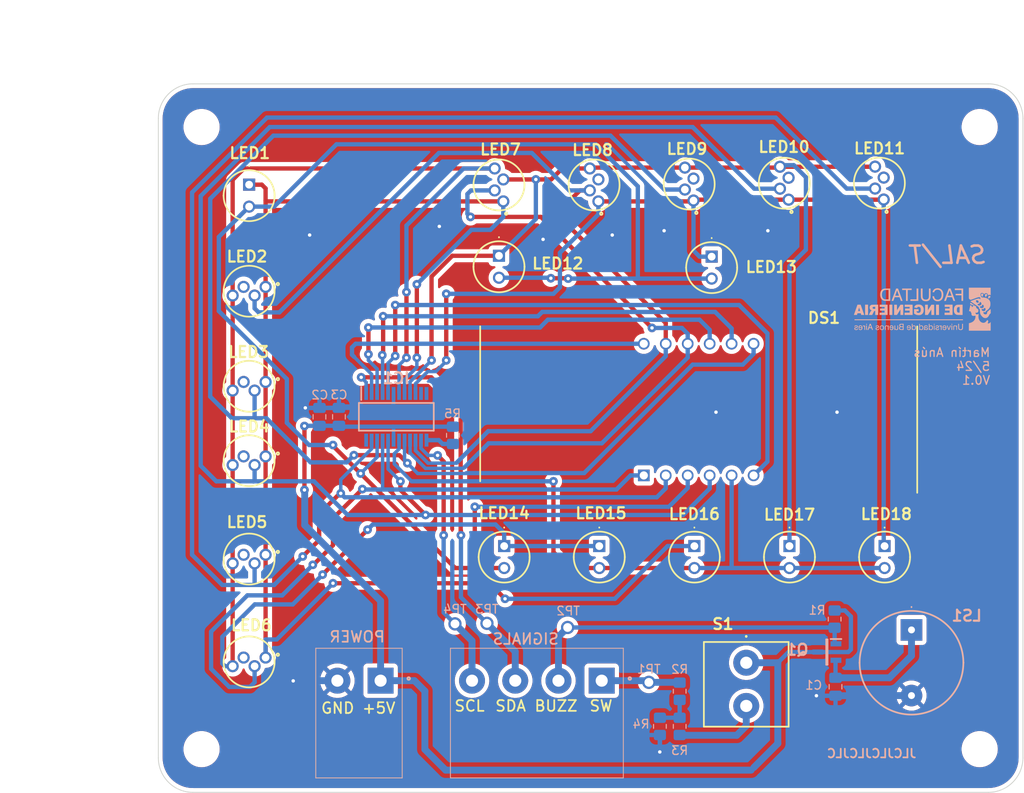
<source format=kicad_pcb>
(kicad_pcb (version 20211014) (generator pcbnew)
  (title_block (title "SAL/T") (date "2024-06-05") (rev "1.5") (company "Universidad de Buenos Aires") (comment 1 "Revisor: Adrián Laiuppa") (comment 2 "Autor: Martín Anús") (comment 3 "Placa secundaria"))
  (layers (0 "F.Cu" power) (31 "B.Cu" signal) (34 "B.Paste" user) (35 "F.Paste" user) (36 "B.SilkS" user "B.Silkscreen") (37 "F.SilkS" user "F.Silkscreen") (38 "B.Mask" user) (39 "F.Mask" user) (44 "Edge.Cuts" user))
  (net 0 "")
  (net 1 "GND")
  (net 2 "+5V")
  (net 3 "/A_E")
  (net 4 "/A_D")
  (net 5 "/A_DP")
  (net 6 "/A_C")
  (net 7 "/A_G")
  (net 8 "/CC_3")
  (net 9 "/A_B")
  (net 10 "/CC_2")
  (net 11 "/CC_1")
  (net 12 "/A_F")
  (net 13 "/A_A")
  (net 14 "/CC_0")
  (net 15 "/SDA")
  (net 16 "/CC_4")
  (net 17 "/CC_5")
  (net 18 "/CC_6")
  (net 19 "/CC_7")
  (net 20 "/SCL")
  (net 21 "/BUZZER_C")
  (net 22 "/CHOP_SEL")
  (net 32 "Net-(C1-Pad2)")
  (net 33 "Net-(R2-Pad2)")
  (net 36 "Net-(IC1-Pad13)")
  (net 38 "Net-(R3-Pad1)")
  (footprint "salt:L-154A4SUREQBFZGEC" (layer "F.Cu") (at 127.5 114 90)
    (fp_text reference "LED5")
    (fp_text value "WP154A4SEJ3VBDZGW_CA" hide)
  )
  (footprint "salt:L-154A4SUREQBFZGEC" (layer "F.Cu") (at 200.4 70.486)
    (fp_text reference "LED11")
    (fp_text value "WP154A4SEJ3VBDZGW_CA" hide)
  )
  (footprint "salt:WP7113LZGCK" (layer "F.Cu") (at 156.4 78.9)
    (fp_text reference "LED12")
    (fp_text value "WP7113LZGCK" hide)
  )
  (footprint "salt:WP7113LZGCK" (layer "F.Cu") (at 201 112.5)
    (fp_text reference "LED18")
    (fp_text value "WP7113LZGCK" hide)
  )
  (footprint "salt:1543650149" (layer "F.Cu") (at 185 126 -90)
    (fp_text reference "S1")
    (fp_text value "1543-650-149" hide)
  )
  (footprint "salt:WP7113LZGCK" (layer "F.Cu") (at 157 112.5)
    (fp_text reference "LED14")
    (fp_text value "WP7113LZGCK" hide)
  )
  (footprint "salt:L-154A4SUREQBFZGEC" (layer "F.Cu") (at 127.5 83 90)
    (fp_text reference "LED2")
    (fp_text value "WP154A4SEJ3VBDZGW_CA" hide)
  )
  (footprint "salt:L-154A4SUREQBFZGEC" (layer "F.Cu") (at 167.4 70.7)
    (fp_text reference "LED8")
    (fp_text value "WP154A4SEJ3VBDZGW_CA" hide)
  )
  (footprint "salt:WP7113LZGCK" (layer "F.Cu") (at 181 79)
    (fp_text reference "LED13")
    (fp_text value "WP7113LZGCK" hide)
  )
  (footprint "salt:WP7113LZGCK" (layer "F.Cu") (at 190 112.5)
    (fp_text reference "LED17")
    (fp_text value "WP7113LZGCK" hide)
  )
  (footprint "salt:WP7113LZGCK" (layer "F.Cu") (at 168 112.5)
    (fp_text reference "LED15")
    (fp_text value "WP7113LZGCK" hide)
  )
  (footprint "salt:L-154A4SUREQBFZGEC" (layer "F.Cu") (at 127.5 125.9 90)
    (fp_text reference "LED6")
    (fp_text value "WP154A4SEJ3VBDZGW_CA" hide)
  )
  (footprint "salt:WP7113LZGCK" (layer "F.Cu") (at 127.5 70.67)
    (fp_text reference "LED1")
    (fp_text value "WP7113LZGCK" hide)
  )
  (footprint "MountingHole:MountingHole_3.2mm_M3" (layer "F.Cu") (at 212 136)
    (fp_text reference "H4")
    (fp_text value "MountingHole")
  )
  (footprint "salt:WP7113LZGCK" (layer "F.Cu") (at 179 112.5)
    (fp_text reference "LED16")
    (fp_text value "WP7113LZGCK" hide)
  )
  (footprint "MountingHole:MountingHole_3.2mm_M3" (layer "F.Cu") (at 122 64)
    (fp_text reference "H1")
    (fp_text value "MountingHole")
  )
  (footprint "salt:DIP1524W75P254L5030H825Q12N" (layer "F.Cu") (at 179.5 96.7 90)
    (fp_text reference "DS1")
    (fp_text value "LTC-5723HR" hide)
  )
  (footprint "salt:L-154A4SUREQBFZGEC" (layer "F.Cu") (at 189.4 70.5)
    (fp_text reference "LED10")
    (fp_text value "WP154A4SEJ3VBDZGW_CA" hide)
  )
  (footprint "MountingHole:MountingHole_3.2mm_M3" (layer "F.Cu") (at 212 64)
    (fp_text reference "H2")
    (fp_text value "MountingHole")
  )
  (footprint "salt:L-154A4SUREQBFZGEC" (layer "F.Cu") (at 178.4 70.6)
    (fp_text reference "LED9")
    (fp_text value "WP154A4SEJ3VBDZGW_CA" hide)
  )
  (footprint "salt:L-154A4SUREQBFZGEC" (layer "F.Cu") (at 156.4 70.7)
    (fp_text reference "LED7")
    (fp_text value "WP154A4SEJ3VBDZGW_CA" hide)
  )
  (footprint "salt:L-154A4SUREQBFZGEC" (layer "F.Cu") (at 127.5 94 90)
    (fp_text reference "LED3")
    (fp_text value "WP154A4SEJ3VBDZGW_CA" hide)
  )
  (footprint "MountingHole:MountingHole_3.2mm_M3" (layer "F.Cu") (at 122 136)
    (fp_text reference "H3")
    (fp_text value "MountingHole")
  )
  (footprint "salt:L-154A4SUREQBFZGEC" (layer "F.Cu") (at 127.5 102.616 90)
    (fp_text reference "LED4")
    (fp_text value "WP154A4SEJ3VBDZGW_CA" hide)
  )
  (footprint "salt:SOP64P600X175-24N" (layer "B.Cu") (at 144.526 97.536 -90)
    (fp_text reference "IC1")
    (fp_text value "AS1115-BSST" hide)
  )
  (footprint "salt:CEM1205IC" (layer "B.Cu") (at 204.112 122.2 180)
    (fp_text reference "LS1")
    (fp_text value "CEM-1205-IC" hide)
  )
  (footprint "Capacitor_SMD:C_0805_2012Metric_Pad1.18x1.45mm_HandSolder" (layer "B.Cu") (at 195.326 128.778 90)
    (fp_text reference "C1")
    (fp_text value "10uF")
  )
  (footprint "salt:testpoint" (layer "B.Cu") (at 164.338 121.92 180)
    (fp_text reference "TP2")
    (fp_text value "TestPoint")
  )
  (footprint "salt:testpoint" (layer "B.Cu") (at 173.736 128.27 180)
    (fp_text reference "TP1")
    (fp_text value "TestPoint")
  )
  (footprint "Resistor_SMD:R_0805_2012Metric_Pad1.20x1.40mm_HandSolder" (layer "B.Cu") (at 195.222 120.952 -90)
    (fp_text reference "R1")
    (fp_text value "150k")
  )
  (footprint "salt:testpoint" (layer "B.Cu") (at 151.31 121.5 180)
    (fp_text reference "TP4")
    (fp_text value "TestPoint")
  )
  (footprint "Resistor_SMD:R_0805_2012Metric_Pad1.20x1.40mm_HandSolder" (layer "B.Cu") (at 177.3 129.3 -90)
    (fp_text reference "R2")
    (fp_text value "100")
  )
  (footprint "Capacitor_SMD:C_0805_2012Metric_Pad1.18x1.45mm_HandSolder" (layer "B.Cu") (at 135.636 97.54 90)
    (fp_text reference "C2")
    (fp_text value "10uF")
  )
  (footprint "LOGO" (layer "B.Cu") (at 205.5 84.8 180)
    (fp_text reference "G***")
    (fp_text value "LOGO" hide)
  )
  (footprint "Capacitor_SMD:C_0805_2012Metric_Pad1.18x1.45mm_HandSolder" (layer "B.Cu") (at 137.89 97.536 90)
    (fp_text reference "C3")
    (fp_text value "100nF")
  )
  (footprint "salt:1934861" (layer "B.Cu") (at 142.708 129.326 180)
    (fp_text reference "J1")
    (fp_text value "1934861" hide)
  )
  (footprint "Resistor_SMD:R_0805_2012Metric_Pad1.20x1.40mm_HandSolder" (layer "B.Cu") (at 177.3 133.364 90)
    (fp_text reference "R3")
    (fp_text value "22k")
  )
  (footprint "salt:testpoint" (layer "B.Cu") (at 155.01 121.44 180)
    (fp_text reference "TP3")
    (fp_text value "TestPoint")
  )
  (footprint "Resistor_SMD:R_0805_2012Metric_Pad1.20x1.40mm_HandSolder" (layer "B.Cu") (at 151.07 99.68 -90)
    (fp_text reference "R5")
    (fp_text value "22k")
  )
  (footprint "salt:SOT96P237X111-3N" (layer "B.Cu") (at 194.327 124.762 180)
    (fp_text reference "Q1")
    (fp_text value "NVTR0202PLT1G" hide)
  )
  (footprint "Resistor_SMD:R_0805_2012Metric_Pad1.20x1.40mm_HandSolder" (layer "B.Cu") (at 175.014 133.364 90)
    (fp_text reference "R4")
    (fp_text value "40K2")
  )
  (footprint "salt:1934887" (layer "B.Cu") (at 168.282 129.326 180)
    (fp_text reference "J2")
    (fp_text value "1934887" hide)
  )
  (gr_line (start 217 63) (end 217 137) (layer "Edge.Cuts") (width 0.1))
  (gr_arc (start 121 141) (mid 118.171573 139.828427) (end 117 137) (layer "Edge.Cuts") (width 0.1))
  (gr_line (start 117 137) (end 117 63) (layer "Edge.Cuts") (width 0.1))
  (gr_line (start 213 141) (end 121 141) (layer "Edge.Cuts") (width 0.1))
  (gr_line (start 121 59) (end 213 59) (layer "Edge.Cuts") (width 0.1))
  (gr_arc (start 213 59) (mid 215.828427 60.171573) (end 217 63) (layer "Edge.Cuts") (width 0.1))
  (gr_arc (start 117 63) (mid 118.171573 60.171573) (end 121 59) (layer "Edge.Cuts") (width 0.1))
  (gr_arc (start 217 137) (mid 215.828427 139.828427) (end 213 141) (layer "Edge.Cuts") (width 0.1))
  (gr_text "Martín Anús\n5/24\nV0.1\n" (at 213.3 91.7) (layer "B.SilkS") (effects (font (size 1 1)) (justify left mirror)))
  (gr_text "SIGNALS" (at 159.5 123.25) (layer "B.SilkS") (effects (font (size 1.25 1.25) (thickness 0.2)) (justify mirror)))
  (gr_text "POWER" (at 140 123) (layer "B.SilkS") (effects (font (size 1.25 1.25) (thickness 0.2)) (justify mirror)))
  (gr_text "JLCJLCJLCJLC" (at 199.5 136.5) (layer "B.SilkS") (effects (font (size 1 1) (thickness 0.2)) (justify mirror)))
  (gr_text "SAL/T" (at 208.4 78.8) (layer "B.SilkS") (effects (font (size 2 2) (thickness 0.3) italic) (justify mirror)))
  (gr_text "SCL" (at 153 131) (layer "F.SilkS") (effects (font (size 1.25 1.25) (thickness 0.2))))
  (gr_text "SDA\n" (at 157.75 131) (layer "F.SilkS") (effects (font (size 1.25 1.25) (thickness 0.2))))
  (gr_text "SW" (at 168.2 131) (layer "F.SilkS") (effects (font (size 1.25 1.25) (thickness 0.2))))
  (gr_text "BUZZ" (at 163 131) (layer "F.SilkS") (effects (font (size 1.25 1.25) (thickness 0.2))))
  (gr_text "GND" (at 137.75 131.25) (layer "F.SilkS") (effects (font (size 1.25 1.25) (thickness 0.2))))
  (gr_text "+5V" (at 142.5 131.25) (layer "F.SilkS") (effects (font (size 1.25 1.25) (thickness 0.2))))
  (via (at 161.5 77) (size 1) (drill 0.4) (layers "F.Cu" "B.Cu") (net 1))
  (via (at 193.1155 129.8155) (size 1) (drill 0.4) (layers "F.Cu" "B.Cu") (net 1))
  (via (at 181.5 97) (size 1) (drill 0.4) (layers "F.Cu" "B.Cu") (net 1))
  (via (at 132.6 128.1) (size 1) (drill 0.4) (layers "F.Cu" "B.Cu") (net 1))
  (via (at 149.5 75.5) (size 1) (drill 0.4) (layers "F.Cu" "B.Cu") (net 1))
  (via (at 187.5 76) (size 1) (drill 0.4) (layers "F.Cu" "B.Cu") (net 1))
  (via (at 175.5 76) (size 1) (drill 0.4) (layers "F.Cu" "B.Cu") (net 1))
  (via (at 134 96.5) (size 1) (drill 0.4) (layers "F.Cu" "B.Cu") (net 1))
  (via (at 175 136.325) (size 1) (drill 0.4) (layers "F.Cu" "B.Cu") (net 1))
  (via (at 195.5 97) (size 1) (drill 0.4) (layers "F.Cu" "B.Cu") (net 1))
  (via (at 134.5 76.5) (size 1) (drill 0.4) (layers "F.Cu" "B.Cu") (net 1))
  (via (at 169.5 76.5) (size 1) (drill 0.4) (layers "F.Cu" "B.Cu") (net 1))
  (segment (start 137.708 128.076) (end 132.624 128.076) (width 0.8) (layer "B.Cu") (net 1))
  (segment (start 144.208 94.834) (end 144.208 96.076) (width 0.4) (layer "B.Cu") (net 1))
  (segment (start 134.0025 96.5025) (end 134 96.5) (width 0.5) (layer "B.Cu") (net 1))
  (segment (start 175.014 136.311) (end 175 136.325) (width 0.5) (layer "B.Cu") (net 1))
  (segment (start 195.326 129.8155) (end 193.1155 129.8155) (width 0.5) (layer "B.Cu") (net 1))
  (segment (start 175.014 134.364) (end 175.014 136.311) (width 0.5) (layer "B.Cu") (net 1))
  (segment (start 198.3845 129.8155) (end 198.4 129.8) (width 0.8) (layer "B.Cu") (net 1))
  (segment (start 143.942 96.342) (end 138.0465 96.342) (width 0.5) (layer "B.Cu") (net 1))
  (segment (start 132.624 128.076) (end 132.6 128.1) (width 0.8) (layer "B.Cu") (net 1))
  (segment (start 135.636 96.5025) (end 134.0025 96.5025) (width 0.5) (layer "B.Cu") (net 1))
  (segment (start 198.3845 129.8155) (end 195.326 129.8155) (width 0.8) (layer "B.Cu") (net 1))
  (segment (start 198.4 129.8) (end 204.112 129.8) (width 0.8) (layer "B.Cu") (net 1))
  (segment (start 137.89 96.4985) (end 135.64 96.4985) (width 0.5) (layer "B.Cu") (net 1))
  (segment (start 144.208 96.076) (end 143.942 96.342) (width 0.4) (layer "B.Cu") (net 1))
  (segment (start 133.9 98.6) (end 133.9 106) (width 0.5) (layer "F.Cu") (net 2))
  (via (at 133.9 98.6) (size 1) (drill 0.4) (layers "F.Cu" "B.Cu") (net 2))
  (via (at 133.9 106) (size 1) (drill 0.4) (layers "F.Cu" "B.Cu") (net 2))
  (segment (start 142.708 128.076) (end 142.708 118.848) (width 0.8) (layer "B.Cu") (net 2))
  (segment (start 135.636 98.5775) (end 133.9225 98.5775) (width 0.5) (layer "B.Cu") (net 2))
  (segment (start 144.208 100.238) (end 144.208 98.768) (width 0.4) (layer "B.Cu") (net 2))
  (segment (start 146.618 128.076) (end 147.828 129.286) (width 0.8) (layer "B.Cu") (net 2))
  (segment (start 133.9225 98.5775) (end 133.9 98.6) (width 0.5) (layer "B.Cu") (net 2))
  (segment (start 144.12 98.68) (end 137.9965 98.68) (width 0.5) (layer "B.Cu") (net 2))
  (segment (start 133.93 106.03) (end 133.9 106) (width 0.8) (layer "B.Cu") (net 2))
  (segment (start 193.277 124.762) (end 189.888 124.762) (width 0.5) (layer "B.Cu") (net 2))
  (segment (start 142.708 118.848) (end 133.93 110.07) (width 0.8) (layer "B.Cu") (net 2))
  (segment (start 137.89 98.5735) (end 135.64 98.5735) (width 0.5) (layer "B.Cu") (net 2))
  (segment (start 147.828 129.286) (end 147.828 136.028) (width 0.8) (layer "B.Cu") (net 2))
  (segment (start 193.277 124.762) (end 196.802 124.762) (width 0.5) (layer "B.Cu") (net 2))
  (segment (start 188.65 135.35) (end 188.65 126) (width 0.8) (layer "B.Cu") (net 2))
  (segment (start 197.104 124.46) (end 197.104 120.65) (width 0.5) (layer "B.Cu") (net 2))
  (segment (start 189.888 124.762) (end 188.65 126) (width 0.5) (layer "B.Cu") (net 2))
  (segment (start 151.07 98.68) (end 144.12 98.68) (width 0.5) (layer "B.Cu") (net 2))
  (segment (start 196.802 124.762) (end 197.104 124.46) (width 0.5) (layer "B.Cu") (net 2))
  (segment (start 196.406 119.952) (end 195.222 119.952) (width 0.5) (layer "B.Cu") (net 2))
  (segment (start 147.828 136.028) (end 150.23 138.43) (width 0.8) (layer "B.Cu") (net 2))
  (segment (start 150.23 138.43) (end 185.57 138.43) (width 0.8) (layer "B.Cu") (net 2))
  (segment (start 185 126) (end 188.65 126) (width 0.8) (layer "B.Cu") (net 2))
  (segment (start 197.104 120.65) (end 196.406 119.952) (width 0.5) (layer "B.Cu") (net 2))
  (segment (start 142.708 128.076) (end 146.618 128.076) (width 0.8) (layer "B.Cu") (net 2))
  (segment (start 133.93 110.07) (end 133.93 106.03) (width 0.8) (layer "B.Cu") (net 2))
  (segment (start 185.57 138.43) (end 185.875 138.125) (width 0.5) (layer "B.Cu") (net 2))
  (segment (start 188.65 135.35) (end 185.875 138.125) (width 0.8) (layer "B.Cu") (net 2))
  (segment (start 140.6 105.9) (end 137.2 109.3) (width 0.5) (layer "F.Cu") (net 3))
  (segment (start 137.2 109.3) (end 137.2 112.4) (width 0.5) (layer "F.Cu") (net 3))
  (segment (start 134.93353 114.66647) (end 134.86647 114.66647) (width 0.5) (layer "F.Cu") (net 3))
  (segment (start 137.2 112.4) (end 134.93353 114.66647) (width 0.5) (layer "F.Cu") (net 3))
  (via (at 140.6 105.9) (size 1) (drill 0.4) (layers "F.Cu" "B.Cu") (net 3))
  (via (at 134.86647 114.66647) (size 1) (drill 0.4) (layers "F.Cu" "B.Cu") (net 3))
  (segment (start 169.99 105.95) (end 171.62 104.32) (width 0.5) (layer "B.Cu") (net 3))
  (segment (start 173.15 104.32) (end 171.62 104.32) (width 0.5) (layer "B.Cu") (net 3))
  (segment (start 123.1 126.7) (end 123.1 122.6) (width 0.5) (layer "B.Cu") (net 3))
  (segment (start 123.1 122.6) (end 123.1 122.4) (width 0.5) (layer "B.Cu") (net 3))
  (segment (start 127.6 128.8) (end 125.2 128.8) (width 0.5) (layer "B.Cu") (net 3))
  (segment (start 140.6 105.9) (end 140.65 105.95) (width 0.5) (layer "B.Cu") (net 3))
  (segment (start 128.135 126.4) (end 128.135 128.265) (width 0.5) (layer "B.Cu") (net 3))
  (segment (start 140.65 105.95) (end 142.95 105.95) (width 0.5) (layer "B.Cu") (net 3))
  (segment (start 123.1 122.4) (end 127.3 118.2) (width 0.5) (layer "B.Cu") (net 3))
  (segment (start 142.938 100.238) (end 142.938 105.938) (width 0.4) (layer "B.Cu") (net 3))
  (segment (start 131.33294 118.2) (end 134.86647 114.66647) (width 0.5) (layer "B.Cu") (net 3))
  (segment (start 131.1 118.2) (end 131.33294 118.2) (width 0.5) (layer "B.Cu") (net 3))
  (segment (start 128.135 128.265) (end 127.6 128.8) (width 0.5) (layer "B.Cu") (net 3))
  (segment (start 127.3 118.2) (end 131.1 118.2) (width 0.5) (layer "B.Cu") (net 3))
  (segment (start 123.1 126.7) (end 125.2 128.8) (width 0.5) (layer "B.Cu") (net 3))
  (segment (start 142.95 105.95) (end 169.99 105.95) (width 0.5) (layer "B.Cu") (net 3))
  (segment (start 138 106.4) (end 138.1 106.4) (width 0.5) (layer "F.Cu") (net 4))
  (segment (start 133.7 113.7) (end 135.6 111.8) (width 0.5) (layer "F.Cu") (net 4))
  (segment (start 135.6 108.8) (end 138 106.4) (width 0.5) (layer "F.Cu") (net 4))
  (segment (start 135.6 111.8) (end 135.6 108.8) (width 0.5) (layer "F.Cu") (net 4))
  (via (at 133.7 113.7) (size 1) (drill 0.4) (layers "F.Cu" "B.Cu") (net 4))
  (via (at 138.1 106.4) (size 1) (drill 0.4) (layers "F.Cu" "B.Cu") (net 4))
  (segment (start 124.4 117) (end 128.2 117) (width 0.5) (layer "B.Cu") (net 4))
  (segment (start 128.135 114.5) (end 128.135 116.935) (width 0.5) (layer "B.Cu") (net 4))
  (segment (start 141.668 101.232) (end 138.1 104.8) (width 0.4) (layer "B.Cu") (net 4))
  (segment (start 196.621 71.121) (end 199.9 71.121) (width 0.5) (layer "B.Cu") (net 4))
  (segment (start 138.1 104.8) (end 138.1 106.4) (width 0.4) (layer "B.Cu") (net 4))
  (segment (start 128.2 117) (end 130.4 117) (width 0.5) (layer "B.Cu") (net 4))
  (segment (start 129.571572 62.9) (end 188.4 62.9) (width 0.5) (layer "B.Cu") (net 4))
  (segment (start 128.135 116.935) (end 128.2 117) (width 0.5) (layer "B.Cu") (net 4))
  (segment (start 130.4 117) (end 133.7 113.7) (width 0.5) (layer "B.Cu") (net 4))
  (segment (start 175.69 105.81) (end 174.651 106.849) (width 0.5) (layer "B.Cu") (net 4))
  (segment (start 174.651 106.849) (end 138.549 106.849) (width 0.5) (layer "B.Cu") (net 4))
  (segment (start 175.69 104.32) (end 175.69 105.81) (width 0.5) (layer "B.Cu") (net 4))
  (segment (start 120.899999 113.499999) (end 120.899999 71.571573) (width 0.5) (layer "B.Cu") (net 4))
  (segment (start 188.4 62.9) (end 196.621 71.121) (width 0.5) (layer "B.Cu") (net 4))
  (segment (start 120.899999 71.571573) (end 129.571572 62.9) (width 0.5) (layer "B.Cu") (net 4))
  (segment (start 124.4 117) (end 120.899999 113.499999) (width 0.5) (layer "B.Cu") (net 4))
  (segment (start 138.549 106.849) (end 138.1 106.4) (width 0.5) (layer "B.Cu") (net 4))
  (segment (start 141.668 100.238) (end 141.668 101.232) (width 0.4) (layer "B.Cu") (net 4))
  (segment (start 164.3585 81.5) (end 164.3985 81.54) (width 0.5) (layer "F.Cu") (net 5))
  (segment (start 137.2 100.9) (end 137.2 100.8) (width 0.5) (layer "F.Cu") (net 5))
  (segment (start 153.6 115) (end 153.56 115.04) (width 0.5) (layer "F.Cu") (net 5))
  (segment (start 162.4 81.5) (end 164.3585 81.5) (width 0.5) (layer "F.Cu") (net 5))
  (segment (start 140.4 104.1) (end 151.34 115.04) (width 0.5) (layer "F.Cu") (net 5))
  (segment (start 153.6 107.951) (end 153.6 115) (width 0.5) (layer "F.Cu") (net 5))
  (segment (start 157 115.04) (end 153.56 115.04) (width 0.5) (layer "F.Cu") (net 5))
  (segment (start 140.4 104.1) (end 137.2 100.9) (width 0.5) (layer "F.Cu") (net 5))
  (segment (start 151.34 115.04) (end 153.56 115.04) (width 0.5) (layer "F.Cu") (net 5))
  (via (at 153.6 107.951) (size 1) (drill 0.4) (layers "F.Cu" "B.Cu") (net 5))
  (via (at 162.4 81.5) (size 1) (drill 0.4) (layers "F.Cu" "B.Cu") (net 5))
  (via (at 137.2 100.8) (size 1) (drill 0.4) (layers "F.Cu" "B.Cu") (net 5))
  (via (at 164.3985 81.54) (size 1) (drill 0.4) (layers "F.Cu" "B.Cu") (net 5))
  (via (at 140.4 104.1) (size 1) (drill 0.4) (layers "F.Cu" "B.Cu") (net 5))
  (segment (start 130.39 73.21) (end 127.5 73.21) (width 0.5) (layer "B.Cu") (net 5))
  (segment (start 127.5 73.21) (end 124.001 76.709) (width 0.5) (layer "B.Cu") (net 5))
  (segment (start 168.1 66.5) (end 167.599 65.999) (width 0.5) (layer "B.Cu") (net 5))
  (segment (start 167.9 66.3) (end 168.1 66.5) (width 0.5) (layer "B.Cu") (net 5))
  (segment (start 142.304 102.196) (end 140.4 104.1) (width 0.4) (layer "B.Cu") (net 5))
  (segment (start 137.2 100.8) (end 134.437 100.8) (width 0.5) (layer "B.Cu") (net 5))
  (segment (start 156.4 81.44) (end 162.34 81.44) (width 0.5) (layer "B.Cu") (net 5))
  (segment (start 178.23 105.77) (end 178.23 104.32) (width 0.5) (layer "B.Cu") (net 5))
  (segment (start 131.8685 93.1685) (end 131.8685 98.2315) (width 0.5) (layer "B.Cu") (net 5))
  (segment (start 181 81.54) (end 164.3385 81.54) (width 0.5) (layer "B.Cu") (net 5))
  (segment (start 124.001 85.301) (end 131.8685 93.1685) (width 0.5) (layer "B.Cu") (net 5))
  (segment (start 137.601 65.999) (end 130.39 73.21) (width 0.5) (layer "B.Cu") (net 5))
  (segment (start 172.46 70.86) (end 172.46 81.54) (width 0.5) (layer "B.Cu") (net 5))
  (segment (start 176.049 107.951) (end 178.23 105.77) (width 0.5) (layer "B.Cu") (net 5))
  (segment (start 124.001 76.709) (end 124.001 85.301) (width 0.5) (layer "B.Cu") (net 5))
  (segment (start 153.6 107.951) (end 176.049 107.951) (width 0.5) (layer "B.Cu") (net 5))
  (segment (start 167.599 65.999) (end 137.601 65.999) (width 0.5) (layer "B.Cu") (net 5))
  (segment (start 162.34 81.44) (end 162.4 81.5) (width 0.5) (layer "B.Cu") (net 5))
  (segment (start 167.9 66.3) (end 172.46 70.86) (width 0.5) (layer "B.Cu") (net 5))
  (segment (start 142.304 100.238) (end 142.304 102.196) (width 0.4) (layer "B.Cu") (net 5))
  (segment (start 134.437 100.8) (end 131.8685 98.2315) (width 0.5) (layer "B.Cu") (net 5))
  (segment (start 145 106) (end 147.9005 108.9005) (width 0.5) (layer "F.Cu") (net 6))
  (segment (start 145 105) (end 145 106) (width 0.5) (layer "F.Cu") (net 6))
  (via (at 147.9005 108.9005) (size 1) (drill 0.4) (layers "F.Cu" "B.Cu") (net 6))
  (via (at 145 105) (size 1) (drill 0.4) (layers "F.Cu" "B.Cu") (net 6))
  (segment (start 180.77 105.83) (end 177.6995 108.9005) (width 0.5) (layer "B.Cu") (net 6))
  (segment (start 135 105) (end 128 105) (width 0.5) (layer "B.Cu") (net 6))
  (segment (start 143.574 103.574) (end 144.9 104.9) (width 0.4) (layer "B.Cu") (net 6))
  (segment (start 147.9005 108.9005) (end 138.9005 108.9005) (width 0.5) (layer "B.Cu") (net 6))
  (segment (start 178.798999 63.998999) (end 185.935 71.135) (width 0.5) (layer "B.Cu") (net 6))
  (segment (start 128.135 104.865) (end 128 105) (width 0.5) (layer "B.Cu") (net 6))
  (segment (start 128.135 103.116) (end 128.135 104.865) (width 0.5) (layer "B.Cu") (net 6))
  (segment (start 180.77 104.32) (end 180.77 105.83) (width 0.5) (layer "B.Cu") (net 6))
  (segment (start 138.9005 108.9005) (end 135 105) (width 0.5) (layer "B.Cu") (net 6))
  (segment (start 143.574 100.238) (end 143.574 103.574) (width 0.4) (layer "B.Cu") (net 6))
  (segment (start 177.6995 108.9005) (end 147.9005 108.9005) (width 0.5) (layer "B.Cu") (net 6))
  (segment (start 121.899999 71.985787) (end 129.886787 63.998999) (width 0.5) (layer "B.Cu") (net 6))
  (segment (start 123.7 105) (end 128 105) (width 0.5) (layer "B.Cu") (net 6))
  (segment (start 185.935 71.135) (end 188.9 71.135) (width 0.5) (layer "B.Cu") (net 6))
  (segment (start 129.886787 63.998999) (end 178.798999 63.998999) (width 0.5) (layer "B.Cu") (net 6))
  (segment (start 121.899999 103.199999) (end 121.899999 71.985787) (width 0.5) (layer "B.Cu") (net 6))
  (segment (start 123.7 105) (end 121.899999 103.199999) (width 0.5) (layer "B.Cu") (net 6))
  (segment (start 162.7 113.2) (end 164.54 115.04) (width 0.5) (layer "F.Cu") (net 7))
  (segment (start 162.7 113.2) (end 162.7 105) (width 0.5) (layer "F.Cu") (net 7))
  (segment (start 168 115.04) (end 164.54 115.04) (width 0.5) (layer "F.Cu") (net 7))
  (segment (start 168 115.04) (end 179 115.04) (width 0.5) (layer "F.Cu") (net 7))
  (via (at 162.7 105) (size 1) (drill 0.4) (layers "F.Cu" "B.Cu") (net 7))
  (segment (start 144.844 101.256) (end 144.3 101.8) (width 0.4) (layer "B.Cu") (net 7))
  (segment (start 144.3 101.8) (end 144.3 102.8) (width 0.4) (layer "B.Cu") (net 7))
  (segment (start 162.7 105) (end 146.3 105) (width 0.5) (layer "B.Cu") (net 7))
  (segment (start 179 115.04) (end 183.24 115.04) (width 0.5) (layer "B.Cu") (net 7))
  (segment (start 144.844 100.238) (end 144.844 101.256) (width 0.4) (layer "B.Cu") (net 7))
  (segment (start 144.3 103) (end 144.3 102.8) (width 0.4) (layer "B.Cu") (net 7))
  (segment (start 183.31 104.32) (end 183.31 114.97) (width 0.5) (layer "B.Cu") (net 7))
  (segment (start 183.24 115.04) (end 190 115.04) (width 0.5) (layer "B.Cu") (net 7))
  (segment (start 146.3 105) (end 144.3 103) (width 0.4) (layer "B.Cu") (net 7))
  (segment (start 201 115.04) (end 190 115.04) (width 0.5) (layer "B.Cu") (net 7))
  (segment (start 183.31 114.97) (end 183.24 115.04) (width 0.5) (layer "B.Cu") (net 7))
  (segment (start 144.4 90.5) (end 144.4 84.6) (width 0.5) (layer "F.Cu") (net 8))
  (via (at 144.4 84.6) (size 1) (drill 0.4) (layers "F.Cu" "B.Cu") (net 8))
  (via (at 144.4 90.5) (size 1) (drill 0.4) (layers "F.Cu" "B.Cu") (net 8))
  (segment (start 144.4 84.6) (end 184.168 84.6) (width 0.5) (layer "B.Cu") (net 8))
  (segment (start 143.574 94.834) (end 143.574 91.326) (width 0.4) (layer "B.Cu") (net 8))
  (segment (start 187.452 87.884) (end 187.452 102.718) (width 0.5) (layer "B.Cu") (net 8))
  (segment (start 187.452 102.718) (end 185.85 104.32) (width 0.5) (layer "B.Cu") (net 8))
  (segment (start 184.168 84.6) (end 187.452 87.884) (width 0.5) (layer "B.Cu") (net 8))
  (segment (start 143.574 91.326) (end 144.4 90.5) (width 0.4) (layer "B.Cu") (net 8))
  (segment (start 139.621398 101.978602) (end 144.878602 101.978602) (width 0.5) (layer "F.Cu") (net 9))
  (segment (start 144.878602 101.978602) (end 145.8 102.9) (width 0.5) (layer "F.Cu") (net 9))
  (via (at 139.621398 101.978602) (size 1) (drill 0.4) (layers "F.Cu" "B.Cu") (net 9))
  (via (at 145.8 102.9) (size 1) (drill 0.4) (layers "F.Cu" "B.Cu") (net 9))
  (segment (start 129.5 97.7) (end 134.605175 102.805175) (width 0.5) (layer "B.Cu") (net 9))
  (segment (start 123.001 72.299) (end 123.001 95.201) (width 0.5) (layer "B.Cu") (net 9))
  (segment (start 145.478 100.238) (end 145.478 102.578) (width 0.4) (layer "B.Cu") (net 9))
  (segment (start 130.301 64.999) (end 123.1 72.2) (width 0.5) (layer "B.Cu") (net 9))
  (segment (start 147 104.1) (end 152.6 104.1) (width 0.4) (layer "B.Cu") (net 9))
  (segment (start 177.9 71.235) (end 175.535 71.235) (width 0.5) (layer "B.Cu") (net 9))
  (segment (start 128.135 97.565) (end 128 97.7) (width 0.5) (layer "B.Cu") (net 9))
  (segment (start 175.535 71.235) (end 169.299 64.999) (width 0.5) (layer "B.Cu") (net 9))
  (segment (start 125.5 97.7) (end 128 97.7) (width 0.5) (layer "B.Cu") (net 9))
  (segment (start 184.6 91.5) (end 185.85 90.25) (width 0.5) (layer "B.Cu") (net 9))
  (segment (start 123.001 95.201) (end 125.5 97.7) (width 0.5) (layer "B.Cu") (net 9))
  (segment (start 128 97.7) (end 129.5 97.7) (width 0.5) (layer "B.Cu") (net 9))
  (segment (start 178.8 91.5) (end 166.25 104.05) (width 0.5) (layer "B.Cu") (net 9))
  (segment (start 185.85 89.08) (end 185.85 90.25) (width 0.5) (layer "B.Cu") (net 9))
  (segment (start 145.8 102.9) (end 147 104.1) (width 0.4) (layer "B.Cu") (net 9))
  (segment (start 138.794825 102.805175) (end 139.621398 101.978602) (width 0.5) (layer "B.Cu") (net 9))
  (segment (start 145.478 102.578) (end 145.8 102.9) (width 0.4) (layer "B.Cu") (net 9))
  (segment (start 184.6 91.5) (end 178.8 91.5) (width 0.5) (layer "B.Cu") (net 9))
  (segment (start 166.25 104.05) (end 152.65 104.05) (width 0.5) (layer "B.Cu") (net 9))
  (segment (start 134.605175 102.805175) (end 138.794825 102.805175) (width 0.5) (layer "B.Cu") (net 9))
  (segment (start 169.299 64.999) (end 130.301 64.999) (width 0.5) (layer "B.Cu") (net 9))
  (segment (start 128.135 94.5) (end 128.135 97.565) (width 0.5) (layer "B.Cu") (net 9))
  (segment (start 123.1 72.2) (end 123.001 72.299) (width 0.5) (layer "B.Cu") (net 9))
  (segment (start 143 85.9) (end 143 90.3) (width 0.5) (layer "F.Cu") (net 10))
  (segment (start 143 90.3) (end 142.9 90.4) (width 0.5) (layer "F.Cu") (net 10))
  (via (at 143 85.9) (size 1) (drill 0.4) (layers "F.Cu" "B.Cu") (net 10))
  (via (at 142.9 90.4) (size 1) (drill 0.4) (layers "F.Cu" "B.Cu") (net 10))
  (segment (start 143 85.9) (end 160.9 85.9) (width 0.5) (layer "B.Cu") (net 10))
  (segment (start 160.9 85.9) (end 161.4 85.4) (width 0.5) (layer "B.Cu") (net 10))
  (segment (start 142.938 90.438) (end 142.9 90.4) (width 0.4) (layer "B.Cu") (net 10))
  (segment (start 181.4 85.4) (end 161.4 85.4) (width 0.5) (layer "B.Cu") (net 10))
  (segment (start 183.31 89.08) (end 183.31 87.31) (width 0.5) (layer "B.Cu") (net 10))
  (segment (start 142.938 94.834) (end 142.938 90.438) (width 0.4) (layer "B.Cu") (net 10))
  (segment (start 181.4 85.4) (end 183.31 87.31) (width 0.5) (layer "B.Cu") (net 10))
  (segment (start 141.3 90.3) (end 141.3 87.2) (width 0.5) (layer "F.Cu") (net 11))
  (via (at 141.3 87.2) (size 1) (drill 0.4) (layers "F.Cu" "B.Cu") (net 11))
  (via (at 141.3 90.3) (size 1) (drill 0.4) (layers "F.Cu" "B.Cu") (net 11))
  (segment (start 141.3 91) (end 141.3 90.3) (width 0.4) (layer "B.Cu") (net 11))
  (segment (start 161.153 87.2) (end 141.3 87.2) (width 0.5) (layer "B.Cu") (net 11))
  (segment (start 180.77 87.47) (end 179.601 86.301) (width 0.5) (layer "B.Cu") (net 11))
  (segment (start 180.77 89.08) (end 180.77 87.47) (width 0.5) (layer "B.Cu") (net 11))
  (segment (start 142.304 92.004) (end 141.3 91) (width 0.4) (layer "B.Cu") (net 11))
  (segment (start 142.304 94.834) (end 142.304 92.004) (width 0.4) (layer "B.Cu") (net 11))
  (segment (start 179.601 86.301) (end 162.052 86.301) (width 0.5) (layer "B.Cu") (net 11))
  (segment (start 162.052 86.301) (end 161.153 87.2) (width 0.5) (layer "B.Cu") (net 11))
  (segment (start 161.25 74.4) (end 174.1 87.25) (width 0.5) (layer "F.Cu") (net 12))
  (segment (start 153.1 74.4) (end 161.25 74.4) (width 0.5) (layer "F.Cu") (net 12))
  (via (at 174.1 87.25) (size 1) (drill 0.4) (layers "F.Cu" "B.Cu") (net 12))
  (via (at 153.1 74.4) (size 1) (drill 0.4) (layers "F.Cu" "B.Cu") (net 12))
  (segment (start 155.9 71.335) (end 153.165 71.335) (width 0.5) (layer "B.Cu") (net 12))
  (segment (start 177.55 87.25) (end 174.1 87.25) (width 0.5) (layer "B.Cu") (net 12))
  (segment (start 178.23 90.67) (end 168.3 100.6) (width 0.5) (layer "B.Cu") (net 12))
  (segment (start 155.2 100.6) (end 152.4375 103.3625) (width 0.5) (layer "B.Cu") (net 12))
  (segment (start 147.9 103.5) (end 152.3 103.5) (width 0.4) (layer "B.Cu") (net 12))
  (segment (start 178.23 87.93) (end 177.55 87.25) (width 0.5) (layer "B.Cu") (net 12))
  (segment (start 146.114 100.238) (end 146.114 101.714) (width 0.4) (layer "B.Cu") (net 12))
  (segment (start 178.23 89.08) (end 178.23 87.93) (width 0.5) (layer "B.Cu") (net 12))
  (segment (start 168.3 100.6) (end 155.2 100.6) (width 0.5) (layer "B.Cu") (net 12))
  (segment (start 146.114 101.714) (end 147.9 103.5) (width 0.4) (layer "B.Cu") (net 12))
  (segment (start 152.75 71.75) (end 152.75 74.05) (width 0.5) (layer "B.Cu") (net 12))
  (segment (start 152.75 74.05) (end 153.1 74.4) (width 0.5) (layer "B.Cu") (net 12))
  (segment (start 178.23 89.08) (end 178.23 90.67) (width 0.5) (layer "B.Cu") (net 12))
  (segment (start 153.165 71.335) (end 152.75 71.75) (width 0.5) (layer "B.Cu") (net 12))
  (segment (start 165.765 71.335) (end 164.6 72.5) (width 0.5) (layer "F.Cu") (net 13))
  (segment (start 175.69 89.08) (end 175.69 86.69) (width 0.5) (layer "F.Cu") (net 13))
  (segment (start 166.9 71.335) (end 165.765 71.335) (width 0.5) (layer "F.Cu") (net 13))
  (segment (start 164.6 75.6) (end 175.69 86.69) (width 0.5) (layer "F.Cu") (net 13))
  (segment (start 164.6 72.5) (end 164.6 75.6) (width 0.5) (layer "F.Cu") (net 13))
  (segment (start 155.151 99.2) (end 151.5 102.851) (width 0.5) (layer "B.Cu") (net 13))
  (segment (start 175.69 89.08) (end 175.69 90.51) (width 0.5) (layer "B.Cu") (net 13))
  (segment (start 155.151 99.2) (end 167 99.2) (width 0.5) (layer "B.Cu") (net 13))
  (segment (start 128.6 85.45) (end 131 85.45) (width 0.5) (layer "B.Cu") (net 13))
  (segment (start 164.535 71.335) (end 166.9 71.335) (width 0.5) (layer "B.Cu") (net 13))
  (segment (start 149.451 66.999) (end 160.199 66.999) (width 0.5) (layer "B.Cu") (net 13))
  (segment (start 131 85.45) (end 149.451 66.999) (width 0.5) (layer "B.Cu") (net 13))
  (segment (start 128.135 83.5) (end 128.135 84.985) (width 0.5) (layer "B.Cu") (net 13))
  (segment (start 128.135 84.985) (end 128.6 85.45) (width 0.5) (layer "B.Cu") (net 13))
  (segment (start 151.5 102.9) (end 148.2 102.9) (width 0.4) (layer "B.Cu") (net 13))
  (segment (start 160.199 66.999) (end 164.535 71.335) (width 0.5) (layer "B.Cu") (net 13))
  (segment (start 148.2 102.9) (end 146.748 101.448) (width 0.4) (layer "B.Cu") (net 13))
  (segment (start 146.748 101.448) (end 146.748 100.238) (width 0.4) (layer "B.Cu") (net 13))
  (segment (start 175.69 90.51) (end 167 99.2) (width 0.5) (layer "B.Cu") (net 13))
  (segment (start 139.82 89.08) (end 139.4 89.5) (width 0.5) (layer "B.Cu") (net 14))
  (segment (start 173.15 89.08) (end 139.82 89.08) (width 0.5) (layer "B.Cu") (net 14))
  (segment (start 139.4 89.5) (end 139.4 90.35) (width 0.5) (layer "B.Cu") (net 14))
  (segment (start 139.4 90.35) (end 139.65 90.6) (width 0.5) (layer "B.Cu") (net 14))
  (segment (start 141.668 94.834) (end 141.668 92.618) (width 0.4) (layer "B.Cu") (net 14))
  (segment (start 141.668 92.618) (end 139.65 90.6) (width 0.4) (layer "B.Cu") (net 14))
  (segment (start 148.564 92.964) (end 140.462 92.964) (width 0.5) (layer "F.Cu") (net 15))
  (segment (start 151.97 96.37) (end 148.564 92.964) (width 0.5) (layer "F.Cu") (net 15))
  (segment (start 152 110.7285) (end 151.97 110.6985) (width 0.5) (layer "F.Cu") (net 15))
  (segment (start 151.97 110.6985) (end 151.97 96.37) (width 0.5) (layer "F.Cu") (net 15))
  (segment (start 152 111.2495) (end 152 110.7285) (width 0.5) (layer "F.Cu") (net 15))
  (via (at 140.462 92.964) (size 1) (drill 0.4) (layers "F.Cu" "B.Cu") (net 15))
  (via (at 152 111.2495) (size 1) (drill 0.4) (layers "F.Cu" "B.Cu") (net 15))
  (segment (start 152 118.43) (end 152 111.2495) (width 0.5) (layer "B.Cu") (net 15))
  (segment (start 141.034 93.536) (end 140.462 92.964) (width 0.4) (layer "B.Cu") (net 15))
  (segment (start 141.034 94.834) (end 141.034 93.536) (width 0.4) (layer "B.Cu") (net 15))
  (segment (start 158.282 124.712) (end 155.01 121.44) (width 0.8) (layer "B.Cu") (net 15))
  (segment (start 155.01 121.44) (end 152 118.43) (width 0.5) (layer "B.Cu") (net 15))
  (segment (start 158.282 128.076) (end 158.282 124.712) (width 0.8) (layer "B.Cu") (net 15))
  (segment (start 125.595 94.5) (end 125.595 83.5) (width 0.5) (layer "F.Cu") (net 16))
  (segment (start 126.905 68.795) (end 125.595 70.105) (width 0.5) (layer "F.Cu") (net 16))
  (segment (start 136 115.8) (end 141.2 110.6) (width 0.5) (layer "F.Cu") (net 16))
  (segment (start 125.595 70.105) (end 125.595 83.5) (width 0.5) (layer "F.Cu") (net 16))
  (segment (start 125.595 103.116) (end 125.595 94.5) (width 0.5) (layer "F.Cu") (net 16))
  (segment (start 125.595 126.4) (end 125.595 114.5) (width 0.5) (layer "F.Cu") (net 16))
  (segment (start 125.595 114.5) (end 125.595 103.116) (width 0.5) (layer "F.Cu") (net 16))
  (segment (start 145.7 90.7) (end 145.7 83.1) (width 0.5) (layer "F.Cu") (net 16))
  (segment (start 155.9 68.795) (end 126.905 68.795) (width 0.5) (layer "F.Cu") (net 16))
  (via (at 145.7 83.1) (size 1) (drill 0.4) (layers "F.Cu" "B.Cu") (net 16))
  (via (at 136 115.8) (size 1) (drill 0.4) (layers "F.Cu" "B.Cu") (net 16))
  (via (at 145.7 90.7) (size 1) (drill 0.4) (layers "F.Cu" "B.Cu") (net 16))
  (via (at 141.2 110.6) (size 1) (drill 0.4) (layers "F.Cu" "B.Cu") (net 16))
  (segment (start 156 110) (end 141.8 110) (width 0.5) (layer "B.Cu") (net 16))
  (segment (start 124.4 126.1) (end 124.4 123) (width 0.5) (layer "B.Cu") (net 16))
  (segment (start 145.7 83.1) (end 145.7 75.4) (width 0.5) (layer "B.Cu") (net 16))
  (segment (start 157 111) (end 156 110) (width 0.5) (layer "B.Cu") (net 16))
  (segment (start 144.844 91.556) (end 145.7 90.7) (width 0.4) (layer "B.Cu") (net 16))
  (segment (start 145.7 75.4) (end 152.305 68.795) (width 0.5) (layer "B.Cu") (net 16))
  (segment (start 132.55 119.25) (end 136 115.8) (width 0.5) (layer "B.Cu") (net 16))
  (segment (start 125.595 126.4) (end 124.7 126.4) (width 0.5) (layer "B.Cu") (net 16))
  (segment (start 124.4 123) (end 128.15 119.25) (width 0.5) (layer "B.Cu") (net 16))
  (segment (start 144.844 94.834) (end 144.844 91.556) (width 0.4) (layer "B.Cu") (net 16))
  (segment (start 141.8 110) (end 141.2 110.6) (width 0.5) (layer "B.Cu") (net 16))
  (segment (start 157 112.5) (end 157 111) (width 0.5) (layer "B.Cu") (net 16))
  (segment (start 157 112.5) (end 168 112.5) (width 0.5) (layer "B.Cu") (net 16))
  (segment (start 124.7 126.4) (end 124.4 126.1) (width 0.5) (layer "B.Cu") (net 16))
  (segment (start 152.305 68.795) (end 155.9 68.795) (width 0.5) (layer "B.Cu") (net 16))
  (segment (start 128.15 119.25) (end 132.55 119.25) (width 0.5) (layer "B.Cu") (net 16))
  (segment (start 129.405 82.5) (end 129.405 72.505) (width 0.5) (layer "F.Cu") (net 17))
  (segment (start 129.405 125.4) (end 129.405 113.5) (width 0.5) (layer "F.Cu") (net 17))
  (segment (start 155.3 116.8) (end 157.1 118.6) (width 0.5) (layer "F.Cu") (net 17))
  (segment (start 137.2 116.8) (end 155.3 116.8) (width 0.5) (layer "F.Cu") (net 17))
  (segment (start 128.97 70.67) (end 127.5 70.67) (width 0.5) (layer "F.Cu") (net 17))
  (segment (start 129.505 72.605) (end 129.405 72.505) (width 0.5) (layer "F.Cu") (net 17))
  (segment (start 129.405 71.105) (end 128.97 70.67) (width 0.5) (layer "F.Cu") (net 17))
  (segment (start 129.405 102.116) (end 129.405 93.5) (width 0.5) (layer "F.Cu") (net 17))
  (segment (start 146.9 82.6) (end 146.9 82.2) (width 0.5) (layer "F.Cu") (net 17))
  (segment (start 129.405 72.505) (end 129.405 71.105) (width 0.5) (layer "F.Cu") (net 17))
  (segment (start 129.405 113.5) (end 129.405 102.116) (width 0.5) (layer "F.Cu") (net 17))
  (segment (start 156.9 72.605) (end 129.505 72.605) (width 0.5) (layer "F.Cu") (net 17))
  (segment (start 146.9 90.7) (end 146.9 82.6) (width 0.5) (layer "F.Cu") (net 17))
  (segment (start 129.405 93.5) (end 129.405 82.5) (width 0.5) (layer "F.Cu") (net 17))
  (via (at 157.1 118.6) (size 1) (drill 0.4) (layers "F.Cu" "B.Cu") (net 17))
  (via (at 146.9 82.2) (size 1) (drill 0.4) (layers "F.Cu" "B.Cu") (net 17))
  (via (at 146.9 90.7) (size 1) (drill 0.4) (layers "F.Cu" "B.Cu") (net 17))
  (via (at 137.2 116.8) (size 1) (drill 0.4) (layers "F.Cu" "B.Cu") (net 17))
  (segment (start 146.9 82.2) (end 153.2 75.9) (width 0.5) (layer "B.Cu") (net 17))
  (segment (start 169.8 118.6) (end 175.9 112.5) (width 0.5) (layer "B.Cu") (net 17))
  (segment (start 129.405 123.309214) (end 130.690786 123.309214) (width 0.5) (layer "B.Cu") (net 17))
  (segment (start 157.1 118.6) (end 169.8 118.6) (width 0.5) (layer "B.Cu") (net 17))
  (segment (start 130.690786 123.309214) (end 137.2 116.8) (width 0.5) (layer "B.Cu") (net 17))
  (segment (start 145.478 94.834) (end 145.478 93.222) (width 0.4) (layer "B.Cu") (net 17))
  (segment (start 129.405 125.4) (end 129.405 123.309214) (width 0.5) (layer "B.Cu") (net 17))
  (segment (start 153.2 75.9) (end 155.4 75.9) (width 0.5) (layer "B.Cu") (net 17))
  (segment (start 156.9 74.4) (end 156.9 72.605) (width 0.5) (layer "B.Cu") (net 17))
  (segment (start 145.478 93.222) (end 146.9 91.8) (width 0.4) (layer "B.Cu") (net 17))
  (segment (start 155.4 75.9) (end 156.9 74.4) (width 0.5) (layer "B.Cu") (net 17))
  (segment (start 175.9 112.5) (end 179 112.5) (width 0.5) (layer "B.Cu") (net 17))
  (segment (start 146.9 91.8) (end 146.9 90.7) (width 0.4) (layer "B.Cu") (net 17))
  (segment (start 156.9 70.065) (end 160.665 70.065) (width 0.5) (layer "F.Cu") (net 18))
  (segment (start 160.665 70.065) (end 162.435 70.065) (width 0.5) (layer "F.Cu") (net 18))
  (segment (start 177.9 68.695) (end 188.8 68.695) (width 0.5) (layer "F.Cu") (net 18))
  (segment (start 188.9 68.595) (end 199.886 68.595) (width 0.5) (layer "F.Cu") (net 18))
  (segment (start 151 78.9) (end 148.6 81.3) (width 0.5) (layer "F.Cu") (net 18))
  (segment (start 162.435 70.065) (end 163.705 68.795) (width 0.5) (layer "F.Cu") (net 18))
  (segment (start 177.9 68.695) (end 167 68.695) (width 0.5) (layer "F.Cu") (net 18))
  (segment (start 156.4 78.9) (end 151 78.9) (width 0.5) (layer "F.Cu") (net 18))
  (segment (start 163.705 68.795) (end 166.9 68.795) (width 0.5) (layer "F.Cu") (net 18))
  (segment (start 148.6 81.3) (end 148.6 91) (width 0.5) (layer "F.Cu") (net 18))
  (via (at 160.665 70.065) (size 1) (drill 0.4) (layers "F.Cu" "B.Cu") (net 18))
  (via (at 148.6 91) (size 1) (drill 0.4) (layers "F.Cu" "B.Cu") (net 18))
  (segment (start 191.9 78.2) (end 191.9 69.81439) (width 0.5) (layer "B.Cu") (net 18))
  (segment (start 146.114 93.486) (end 148.6 91) (width 0.4) (layer "B.Cu") (net 18))
  (segment (start 146.114 94.834) (end 146.114 93.486) (width 0.4) (layer "B.Cu") (net 18))
  (segment (start 191.9 69.81439) (end 190.50061 68.415) (width 0.5) (layer "B.Cu") (net 18))
  (segment (start 160.665 74.635) (end 160.665 70.065) (width 0.5) (layer "B.Cu") (net 18))
  (segment (start 190 80.1) (end 191.9 78.2) (width 0.5) (layer "B.Cu") (net 18))
  (segment (start 190.50061 68.415) (end 189.08 68.415) (width 0.5) (layer "B.Cu") (net 18))
  (segment (start 190 112.5) (end 190 80.1) (width 0.5) (layer "B.Cu") (net 18))
  (segment (start 156.4 78.9) (end 160.665 74.635) (width 0.5) (layer "B.Cu") (net 18))
  (segment (start 189.9 72.405) (end 179 72.405) (width 0.5) (layer "F.Cu") (net 19))
  (segment (start 189.9 72.405) (end 200.886 72.405) (width 0.5) (layer "F.Cu") (net 19))
  (segment (start 150.3 91) (end 150.3 83.3) (width 0.5) (layer "F.Cu") (net 19))
  (segment (start 167.9 72.605) (end 178.8 72.605) (width 0.5) (layer "F.Cu") (net 19))
  (via (at 150.3 91) (size 1) (drill 0.4) (layers "F.Cu" "B.Cu") (net 19))
  (via (at 150.3 83.3) (size 1) (drill 0.4) (layers "F.Cu" "B.Cu") (net 19))
  (segment (start 150.3 91.1) (end 150.3 91) (width 0.4) (layer "B.Cu") (net 19))
  (segment (start 167.9 74.1) (end 167.9 72.605) (width 0.5) (layer "B.Cu") (net 19))
  (segment (start 150.3 83.3) (end 162.7 83.3) (width 0.5) (layer "B.Cu") (net 19))
  (segment (start 178.9 72.505) (end 178.9 78.3) (width 0.5) (layer "B.Cu") (net 19))
  (segment (start 163.45 82.55) (end 163.45 78.55) (width 0.5) (layer "B.Cu") (net 19))
  (segment (start 178.9 78.3) (end 179.6 79) (width 0.5) (layer "B.Cu") (net 19))
  (segment (start 163.45 78.55) (end 167.9 74.1) (width 0.5) (layer "B.Cu") (net 19))
  (segment (start 146.748 93.707) (end 148.155 92.3) (width 0.4) (layer "B.Cu") (net 19))
  (segment (start 148.155 92.3) (end 149.1 92.3) (width 0.4) (layer "B.Cu") (net 19))
  (segment (start 200.9 72.391) (end 200.9 112.4) (width 0.5) (layer "B.Cu") (net 19))
  (segment (start 146.748 94.834) (end 146.748 93.707) (width 0.4) (layer "B.Cu") (net 19))
  (segment (start 162.7 83.3) (end 163.45 82.55) (width 0.5) (layer "B.Cu") (net 19))
  (segment (start 149.1 92.3) (end 150.3 91.1) (width 0.4) (layer "B.Cu") (net 19))
  (segment (start 179.6 79) (end 181 79) (width 0.5) (layer "B.Cu") (net 19))
  (segment (start 150 111.2495) (end 150 102.7) (width 0.5) (layer "F.Cu") (net 20))
  (segment (start 150 102.7) (end 149.3 102) (width 0.5) (layer "F.Cu") (net 20))
  (via (at 150 111.2495) (size 1) (drill 0.4) (layers "F.Cu" "B.Cu") (net 20))
  (via (at 149.3 102) (size 1) (drill 0.4) (layers "F.Cu" "B.Cu") (net 20))
  (segment (start 153.282 123.472) (end 151.31 121.5) (width 0.8) (layer "B.Cu") (net 20))
  (segment (start 153.282 128.076) (end 153.282 123.472) (width 0.8) (layer "B.Cu") (net 20))
  (segment (start 150 120.19) (end 150 111.2495) (width 0.5) (layer "B.Cu") (net 20))
  (segment (start 148.2 102) (end 149.3 102) (width 0.4) (layer "B.Cu") (net 20))
  (segment (start 151.31 121.5) (end 150 120.19) (width 0.5) (layer "B.Cu") (net 20))
  (segment (start 147.384 101.184) (end 148.2 102) (width 0.4) (layer "B.Cu") (net 20))
  (segment (start 147.384 100.238) (end 147.384 101.184) (width 0.4) (layer "B.Cu") (net 20))
  (segment (start 163.282 122.976) (end 164.338 121.92) (width 0.8) (layer "B.Cu") (net 21))
  (segment (start 195.222 121.952) (end 195.222 123.652) (width 0.5) (layer "B.Cu") (net 21))
  (segment (start 163.282 128.076) (end 163.282 122.976) (width 0.8) (layer "B.Cu") (net 21))
  (segment (start 195.222 123.652) (end 195.377 123.807) (width 0.5) (layer "B.Cu") (net 21))
  (segment (start 195.19 121.92) (end 164.338 121.92) (width 0.5) (layer "B.Cu") (net 21))
  (segment (start 177.27 128.27) (end 177.3 128.3) (width 0.8) (layer "B.Cu") (net 22))
  (segment (start 173.736 128.27) (end 177.27 128.27) (width 0.8) (layer "B.Cu") (net 22))
  (segment (start 168.282 128.076) (end 173.542 128.076) (width 0.8) (layer "B.Cu") (net 22))
  (segment (start 173.542 128.076) (end 173.736 128.27) (width 0.8) (layer "B.Cu") (net 22))
  (segment (start 195.326 127.7405) (end 195.326 125.768) (width 0.5) (layer "B.Cu") (net 32))
  (segment (start 195.326 125.768) (end 195.377 125.717) (width 0.5) (layer "B.Cu") (net 32))
  (segment (start 201.5595 127.7405) (end 195.326 127.7405) (width 0.8) (layer "B.Cu") (net 32))
  (segment (start 201.5595 127.7405) (end 204.112 125.188) (width 0.8) (layer "B.Cu") (net 32))
  (segment (start 204.112 125.188) (end 204.112 122.74) (width 0.8) (layer "B.Cu") (net 32))
  (segment (start 175.014 132.364) (end 177.3 132.364) (width 0.5) (layer "B.Cu") (net 33))
  (segment (start 177.3 130.3) (end 177.3 132.364) (width 0.5) (layer "B.Cu") (net 33))
  (segment (start 149.438 100.238) (end 149.88 100.68) (width 0.5) (layer "B.Cu") (net 36))
  (segment (start 150.105 100.68) (end 151.07 100.68) (width 0.5) (layer "B.Cu") (net 36))
  (segment (start 149.438 100.238) (end 148.0505 100.238) (width 0.5) (layer "B.Cu") (net 36))
  (segment (start 149.88 100.68) (end 150.105 100.68) (width 0.5) (layer "B.Cu") (net 36))
  (segment (start 177.336 134.4) (end 177.3 134.364) (width 0.8) (layer "B.Cu") (net 38))
  (segment (start 185 131) (end 185 133.3) (width 0.8) (layer "B.Cu") (net 38))
  (segment (start 185 133.3) (end 183.9 134.4) (width 0.8) (layer "B.Cu") (net 38))
  (segment (start 183.9 134.4) (end 177.336 134.4) (width 0.8) (layer "B.Cu") (net 38))
  (zone (net 1) (net_name "GND") (layer "F.Cu") (connect_pads (clearance 0.5)) (min_thickness 0.25) (fill yes (thermal_gap 0.5) (thermal_bridge_width 0.5))
    (polygon (pts (xy 217 141) (xy 117 141) (xy 117 59) (xy 217 59)))
  )
  (zone (net 1) (net_name "GND") (layer "B.Cu") (connect_pads (clearance 0.5)) (min_thickness 0.25) (fill yes (thermal_gap 0.5) (thermal_bridge_width 0.5))
    (polygon (pts (xy 217 141) (xy 117 141) (xy 117 59) (xy 217 59)))
  )
)
</source>
